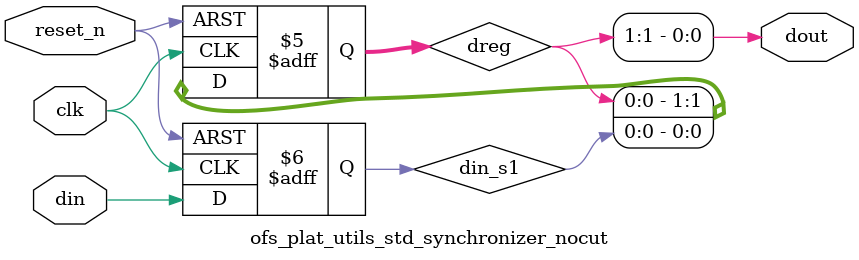
<source format=v>


`timescale 1ns / 1ns

module ofs_plat_utils_std_synchronizer_nocut (
                                clk, 
                                reset_n, 
                                din, 
                                dout
                                );

   parameter depth = 3; // This value must be >= 2 !
   parameter rst_value = 0;

  //when enabled, this will allow retiming for the sync depth >3.
   parameter retiming_reg_en = 0;
     
   input   clk;
   input   reset_n;    
   input   din;
   output  dout;
   
   // QuartusII synthesis directives:
   //     1. Preserve all registers ie. do not touch them.
   //     2. Do not merge other flip-flops with synchronizer flip-flops.
   // QuartusII TimeQuest directives:
   //     1. Identify all flip-flops in this module as members of the synchronizer 
   //        to enable automatic metastability MTBF analysis.

   (* altera_attribute = {"-name ADV_NETLIST_OPT_ALLOWED NEVER_ALLOW; -name SYNCHRONIZER_IDENTIFICATION FORCED; -name DONT_MERGE_REGISTER ON; -name PRESERVE_REGISTER ON  "} *) reg din_s1;

   (* altera_attribute = {"-name ADV_NETLIST_OPT_ALLOWED NEVER_ALLOW; -name DONT_MERGE_REGISTER ON; -name PRESERVE_REGISTER ON"} *) reg [depth-2:0] dreg;    

   //synthesis translate_off
   `ifndef QUARTUS_CDC
   initial begin
     if (retiming_reg_en == 0 ) begin
       if (depth <2) begin 
         $display("%m: Error: synchronizer length: %0d less than 2.", depth);
       end
      end
     else begin
       if (depth <4) begin 
         $display("%m: Error: synchronizer length: %0d less than 4 with retiming enabled.", depth);
       end
     end
   end
   `endif 

   // the first synchronizer register is either a simple D flop for synthesis
   // and non-metastable simulation or a D flop with a method to inject random
   // metastable events resulting in random delay of [0,1] cycles
   
`ifdef __ALTERA_STD__METASTABLE_SIM

   reg[31:0]  RANDOM_SEED = 123456;      
   wire  next_din_s1;
   wire  dout;
   reg   din_last;
   reg          random;
   event metastable_event; // hook for debug monitoring

   initial begin
      $display("%m: Info: Metastable event injection simulation mode enabled");
      random = $random;
   end
   
   always @(posedge clk) begin
      if (reset_n == 0)
        random <= $random(RANDOM_SEED);
      else
        random <= $random;
   end

   assign next_din_s1 = (din_last ^ din) ? random : din;   

   always @(posedge clk or negedge reset_n) begin
       if (reset_n == 0) 
         din_last <= (rst_value == 0)? 1'b0 : 1'b1;
       else
         din_last <= din;
   end

   always @(posedge clk or negedge reset_n) begin
       if (reset_n == 0) 
         din_s1 <= (rst_value == 0)? 1'b0 : 1'b1;
       else
         din_s1 <= next_din_s1;
   end
   
`else 

   //synthesis translate_on   
   generate if (rst_value == 0)
       always @(posedge clk or negedge reset_n) begin
           if (reset_n == 0) 
             din_s1 <= 1'b0;
           else
             din_s1 <= din;
       end
   endgenerate
   
   generate if (rst_value == 1)
       always @(posedge clk or negedge reset_n) begin
           if (reset_n == 0) 
             din_s1 <= 1'b1;
           else
             din_s1 <= din;
       end
   endgenerate
   //synthesis translate_off      

`endif

`ifdef __ALTERA_STD__METASTABLE_SIM_VERBOSE
   always @(*) begin
      if (reset_n && (din_last != din) && (random != din)) begin
         $display("%m: Verbose Info: metastable event @ time %t", $time);
         ->metastable_event;
      end
   end      
`endif

   //synthesis translate_on

   // the remaining synchronizer registers form a simple shift register
   // of length depth-1
   generate if (rst_value == 0) begin
      if (retiming_reg_en == 0) begin
         if (depth < 3) begin
            always @(posedge clk or negedge reset_n) begin
               if (reset_n == 0) 
                 dreg <= {depth-1{1'b0}};            
               else
                 dreg <= din_s1;
            end         
         end else begin
            always @(posedge clk or negedge reset_n) begin
               if (reset_n == 0) 
                 dreg <= {depth-1{1'b0}};
               else
                 dreg <= {dreg[depth-3:0], din_s1};
            end
         end

         assign dout = dreg[depth-2];
       end

       else begin //This part is enabled when we set retiming_reg_en =1
          (* altera_attribute = {"-name ADV_NETLIST_OPT_ALLOWED NEVER_ALLOW; -name DONT_MERGE_REGISTER ON; -name PRESERVE_REGISTER ON"} *) reg [1:0] dreg1;
          reg [depth-4:0] dreg2;
          wire [depth-2:0] dreg3;

          assign dreg3 = {dreg2,dreg1};

          if (depth <= 3) begin
             always @(posedge clk or negedge reset_n) begin
                if (reset_n == 0)
                  dreg1 <= {depth-1{1'b0}};
                else
                  dreg1 <= din_s1;
               end
           end
           else begin
              always @(posedge clk or negedge reset_n) begin
                if (reset_n == 0)
                  {dreg2,dreg1} <= {depth-1{1'b0}};
                else
                  {dreg2,dreg1} <= {dreg3[depth-3:0], din_s1};
              end
           end
           assign dout = dreg3[depth-2];
       end
    end

   
   else begin
      if (retiming_reg_en == 0) begin
         if (depth < 3) begin
            always @(posedge clk or negedge reset_n) begin
               if (reset_n == 0) 
                 dreg <= {depth-1{1'b1}};            
               else
                 dreg <= din_s1;
             end         
         end else begin
            always @(posedge clk or negedge reset_n) begin
               if (reset_n == 0) 
                 dreg <= {depth-1{1'b1}};
               else
                 dreg <= {dreg[depth-3:0], din_s1};
            end
         end
       assign dout = dreg[depth-2];
    end

      else begin
         (* altera_attribute = {"-name ADV_NETLIST_OPT_ALLOWED NEVER_ALLOW; -name DONT_MERGE_REGISTER ON; -name PRESERVE_REGISTER ON"} *) reg [1:0] dreg1;
         reg [depth-4:0] dreg2;
         wire [depth-2:0] dreg3;

         assign dreg3 = {dreg2,dreg1};

           if (depth <= 3) begin
               always @(posedge clk or negedge reset_n) begin
                  if (reset_n == 0)
                    dreg1 <= {depth-1{1'b1}};
                  else
                    dreg1 <= din_s1;
               end
           end
           else begin
               always @(posedge clk or negedge reset_n) begin
                  if (reset_n == 0)
                    {dreg2,dreg1} <= {depth-1{1'b1}};
                  else
                    {dreg2,dreg1} <= {dreg3[depth-3:0], din_s1};
               end
            end  
          assign dout = dreg3[depth-2];
        end
     end
   endgenerate

endmodule 

</source>
